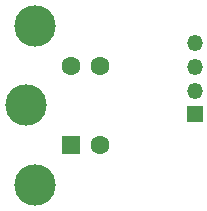
<source format=gbr>
%TF.GenerationSoftware,KiCad,Pcbnew,7.0.7-2.fc38*%
%TF.CreationDate,2023-10-09T11:51:05-07:00*%
%TF.ProjectId,aekii-m3501,61656b69-692d-46d3-9335-30312e6b6963,rev?*%
%TF.SameCoordinates,Original*%
%TF.FileFunction,Soldermask,Bot*%
%TF.FilePolarity,Negative*%
%FSLAX46Y46*%
G04 Gerber Fmt 4.6, Leading zero omitted, Abs format (unit mm)*
G04 Created by KiCad (PCBNEW 7.0.7-2.fc38) date 2023-10-09 11:51:05*
%MOMM*%
%LPD*%
G01*
G04 APERTURE LIST*
G04 Aperture macros list*
%AMRoundRect*
0 Rectangle with rounded corners*
0 $1 Rounding radius*
0 $2 $3 $4 $5 $6 $7 $8 $9 X,Y pos of 4 corners*
0 Add a 4 corners polygon primitive as box body*
4,1,4,$2,$3,$4,$5,$6,$7,$8,$9,$2,$3,0*
0 Add four circle primitives for the rounded corners*
1,1,$1+$1,$2,$3*
1,1,$1+$1,$4,$5*
1,1,$1+$1,$6,$7*
1,1,$1+$1,$8,$9*
0 Add four rect primitives between the rounded corners*
20,1,$1+$1,$2,$3,$4,$5,0*
20,1,$1+$1,$4,$5,$6,$7,0*
20,1,$1+$1,$6,$7,$8,$9,0*
20,1,$1+$1,$8,$9,$2,$3,0*%
G04 Aperture macros list end*
%ADD10RoundRect,0.102000X0.699000X-0.699000X0.699000X0.699000X-0.699000X0.699000X-0.699000X-0.699000X0*%
%ADD11C,1.602000*%
%ADD12C,3.510000*%
%ADD13R,1.350000X1.350000*%
%ADD14O,1.350000X1.350000*%
G04 APERTURE END LIST*
D10*
%TO.C,ADB-FEM1*%
X108510000Y-116110000D03*
D11*
X108510000Y-109410000D03*
X111000000Y-116110000D03*
X111000000Y-109410000D03*
D12*
X104700000Y-112760000D03*
X105510000Y-106000000D03*
X105510000Y-119520000D03*
%TD*%
D13*
%TO.C,J2*%
X119000000Y-113500000D03*
D14*
X119000000Y-111500000D03*
X119000000Y-109500000D03*
X119000000Y-107500000D03*
%TD*%
M02*

</source>
